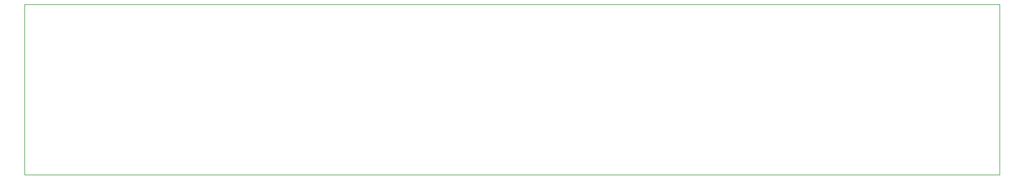
<source format=gbr>
%TF.GenerationSoftware,KiCad,Pcbnew,(5.1.10-1-10_14)*%
%TF.CreationDate,2021-11-26T01:32:37-05:00*%
%TF.ProjectId,INTERCONNECTS,494e5445-5243-44f4-9e4e-454354532e6b,rev?*%
%TF.SameCoordinates,Original*%
%TF.FileFunction,Profile,NP*%
%FSLAX46Y46*%
G04 Gerber Fmt 4.6, Leading zero omitted, Abs format (unit mm)*
G04 Created by KiCad (PCBNEW (5.1.10-1-10_14)) date 2021-11-26 01:32:37*
%MOMM*%
%LPD*%
G01*
G04 APERTURE LIST*
%TA.AperFunction,Profile*%
%ADD10C,0.050000*%
%TD*%
G04 APERTURE END LIST*
D10*
X220726000Y-132842000D02*
X220726000Y-133350000D01*
X68834000Y-132842000D02*
X68834000Y-133350000D01*
X219964000Y-133350000D02*
X220726000Y-133350000D01*
X219964000Y-106680000D02*
X220726000Y-106680000D01*
X69596000Y-133350000D02*
X68834000Y-133350000D01*
X68834000Y-106680000D02*
X69596000Y-106680000D01*
X219964000Y-133350000D02*
X69596000Y-133350000D01*
X220726000Y-106680000D02*
X220726000Y-132842000D01*
X69596000Y-106680000D02*
X219964000Y-106680000D01*
X68834000Y-132842000D02*
X68834000Y-106680000D01*
M02*

</source>
